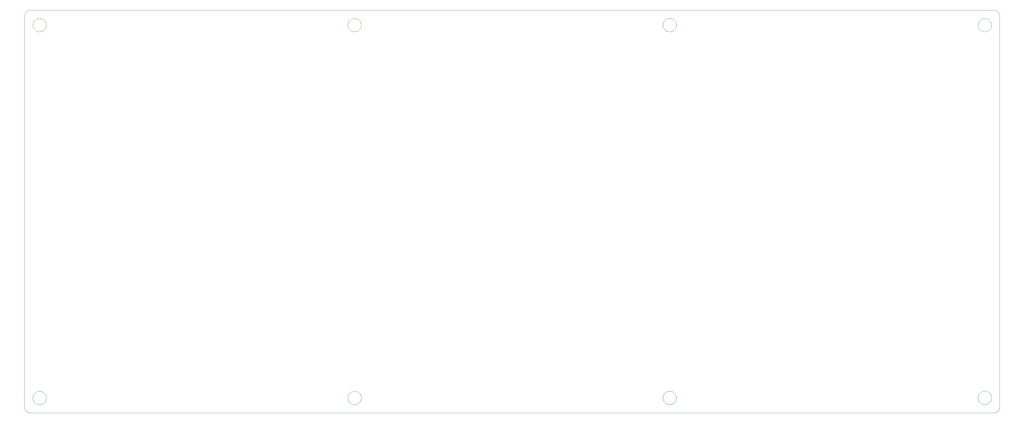
<source format=gbr>
%TF.GenerationSoftware,KiCad,Pcbnew,8.0.8-8.0.8-0~ubuntu22.04.1*%
%TF.CreationDate,2025-03-09T08:59:39-04:00*%
%TF.ProjectId,kb_test,6b625f74-6573-4742-9e6b-696361645f70,rev?*%
%TF.SameCoordinates,Original*%
%TF.FileFunction,Profile,NP*%
%FSLAX46Y46*%
G04 Gerber Fmt 4.6, Leading zero omitted, Abs format (unit mm)*
G04 Created by KiCad (PCBNEW 8.0.8-8.0.8-0~ubuntu22.04.1) date 2025-03-09 08:59:39*
%MOMM*%
%LPD*%
G01*
G04 APERTURE LIST*
%TA.AperFunction,Profile*%
%ADD10C,0.050800*%
%TD*%
G04 APERTURE END LIST*
D10*
X35607895Y-55105000D02*
X34912005Y-55216000D01*
X36302445Y-55216000D02*
X35607895Y-55105000D01*
X36929435Y-55534000D02*
X36302445Y-55216000D01*
X37426925Y-56033000D02*
X36929435Y-55534000D01*
X37746615Y-56660000D02*
X37426925Y-56033000D01*
X37856855Y-57356000D02*
X37746615Y-56660000D01*
X37746615Y-58050000D02*
X37856855Y-57356000D01*
X37426925Y-58677000D02*
X37746615Y-58050000D01*
X36929435Y-59175000D02*
X37426925Y-58677000D01*
X36302445Y-59495000D02*
X36929435Y-59175000D01*
X35607895Y-59605000D02*
X36302445Y-59495000D01*
X34912005Y-59495000D02*
X35607895Y-59605000D01*
X34284975Y-59175000D02*
X34912005Y-59495000D01*
X33786135Y-58677000D02*
X34284975Y-59175000D01*
X33467805Y-58050000D02*
X33786135Y-58677000D01*
X33357565Y-57356000D02*
X33467805Y-58050000D01*
X33467805Y-56660000D02*
X33357565Y-57356000D01*
X33786135Y-56033000D02*
X33467805Y-56660000D01*
X34284975Y-55534000D02*
X33786135Y-56033000D01*
X34912005Y-55216000D02*
X34284975Y-55534000D01*
X350407915Y-55105000D02*
X349711915Y-55216000D01*
X351102915Y-55216000D02*
X350407915Y-55105000D01*
X351729915Y-55534000D02*
X351102915Y-55216000D01*
X352228915Y-56033000D02*
X351729915Y-55534000D01*
X352546915Y-56660000D02*
X352228915Y-56033000D01*
X352658915Y-57356000D02*
X352546915Y-56660000D01*
X352546915Y-58050000D02*
X352658915Y-57356000D01*
X352228915Y-58677000D02*
X352546915Y-58050000D01*
X351729915Y-59175000D02*
X352228915Y-58677000D01*
X351102915Y-59495000D02*
X351729915Y-59175000D01*
X350407915Y-59605000D02*
X351102915Y-59495000D01*
X349711915Y-59495000D02*
X350407915Y-59605000D01*
X349085915Y-59175000D02*
X349711915Y-59495000D01*
X348587915Y-58677000D02*
X349085915Y-59175000D01*
X348267915Y-58050000D02*
X348587915Y-58677000D01*
X348157915Y-57356000D02*
X348267915Y-58050000D01*
X348267915Y-56660000D02*
X348157915Y-57356000D01*
X348587915Y-56033000D02*
X348267915Y-56660000D01*
X349085915Y-55534000D02*
X348587915Y-56033000D01*
X349711915Y-55216000D02*
X349085915Y-55534000D01*
X245474915Y-55105000D02*
X244778915Y-55216000D01*
X246169915Y-55216000D02*
X245474915Y-55105000D01*
X246796915Y-55534000D02*
X246169915Y-55216000D01*
X247293915Y-56033000D02*
X246796915Y-55534000D01*
X247614915Y-56660000D02*
X247293915Y-56033000D01*
X247723915Y-57356000D02*
X247614915Y-56660000D01*
X247614915Y-58050000D02*
X247723915Y-57356000D01*
X247293915Y-58677000D02*
X247614915Y-58050000D01*
X246796915Y-59175000D02*
X247293915Y-58677000D01*
X246169915Y-59495000D02*
X246796915Y-59175000D01*
X245474915Y-59605000D02*
X246169915Y-59495000D01*
X244778915Y-59495000D02*
X245474915Y-59605000D01*
X244151915Y-59175000D02*
X244778915Y-59495000D01*
X243654915Y-58677000D02*
X244151915Y-59175000D01*
X243334915Y-58050000D02*
X243654915Y-58677000D01*
X243224915Y-57356000D02*
X243334915Y-58050000D01*
X243334915Y-56660000D02*
X243224915Y-57356000D01*
X243654915Y-56033000D02*
X243334915Y-56660000D01*
X244151915Y-55534000D02*
X243654915Y-56033000D01*
X244778915Y-55216000D02*
X244151915Y-55534000D01*
X140539915Y-55105000D02*
X139845915Y-55216000D01*
X141235915Y-55216000D02*
X140539915Y-55105000D01*
X141862915Y-55534000D02*
X141235915Y-55216000D01*
X142360915Y-56033000D02*
X141862915Y-55534000D01*
X142679915Y-56660000D02*
X142360915Y-56033000D01*
X142790915Y-57356000D02*
X142679915Y-56660000D01*
X142679915Y-58050000D02*
X142790915Y-57356000D01*
X142360915Y-58677000D02*
X142679915Y-58050000D01*
X141862915Y-59175000D02*
X142360915Y-58677000D01*
X141235915Y-59495000D02*
X141862915Y-59175000D01*
X140539915Y-59605000D02*
X141235915Y-59495000D01*
X139845915Y-59495000D02*
X140539915Y-59605000D01*
X139218915Y-59175000D02*
X139845915Y-59495000D01*
X138720915Y-58677000D02*
X139218915Y-59175000D01*
X138399915Y-58050000D02*
X138720915Y-58677000D01*
X138290915Y-57356000D02*
X138399915Y-58050000D01*
X138399915Y-56660000D02*
X138290915Y-57356000D01*
X138720915Y-56033000D02*
X138399915Y-56660000D01*
X139218915Y-55534000D02*
X138720915Y-56033000D01*
X139845915Y-55216000D02*
X139218915Y-55534000D01*
X35607895Y-179405970D02*
X34912005Y-179516220D01*
X36302445Y-179516220D02*
X35607895Y-179405970D01*
X36929435Y-179835900D02*
X36302445Y-179516220D01*
X37426925Y-180333390D02*
X36929435Y-179835900D01*
X37746615Y-180960380D02*
X37426925Y-180333390D01*
X37856855Y-181656310D02*
X37746615Y-180960380D01*
X37746615Y-182350820D02*
X37856855Y-181656310D01*
X37426925Y-182977850D02*
X37746615Y-182350820D01*
X36929435Y-183476680D02*
X37426925Y-182977850D01*
X36302445Y-183795010D02*
X36929435Y-183476680D01*
X35607895Y-183906630D02*
X36302445Y-183795010D01*
X34912005Y-183795010D02*
X35607895Y-183906630D01*
X34284975Y-183476680D02*
X34912005Y-183795010D01*
X33786135Y-182977850D02*
X34284975Y-183476680D01*
X33467805Y-182350820D02*
X33786135Y-182977850D01*
X33357565Y-181656310D02*
X33467805Y-182350820D01*
X33467805Y-180960380D02*
X33357565Y-181656310D01*
X33786135Y-180333390D02*
X33467805Y-180960380D01*
X34284975Y-179835900D02*
X33786135Y-180333390D01*
X34912005Y-179516220D02*
X34284975Y-179835900D01*
X140539915Y-179405970D02*
X139845915Y-179516220D01*
X141235915Y-179516220D02*
X140539915Y-179405970D01*
X141862915Y-179835900D02*
X141235915Y-179516220D01*
X142360915Y-180333390D02*
X141862915Y-179835900D01*
X142679915Y-180960380D02*
X142360915Y-180333390D01*
X142790915Y-181656310D02*
X142679915Y-180960380D01*
X142679915Y-182350820D02*
X142790915Y-181656310D01*
X142360915Y-182977850D02*
X142679915Y-182350820D01*
X141862915Y-183476680D02*
X142360915Y-182977850D01*
X141235915Y-183795010D02*
X141862915Y-183476680D01*
X140539915Y-183906630D02*
X141235915Y-183795010D01*
X139845915Y-183795010D02*
X140539915Y-183906630D01*
X139218915Y-183476680D02*
X139845915Y-183795010D01*
X138720915Y-182977850D02*
X139218915Y-183476680D01*
X138399915Y-182350820D02*
X138720915Y-182977850D01*
X138290915Y-181656310D02*
X138399915Y-182350820D01*
X138399915Y-180960380D02*
X138290915Y-181656310D01*
X138720915Y-180333390D02*
X138399915Y-180960380D01*
X139218915Y-179835900D02*
X138720915Y-180333390D01*
X139845915Y-179516220D02*
X139218915Y-179835900D01*
X245474915Y-179405970D02*
X244778915Y-179516220D01*
X246169915Y-179516220D02*
X245474915Y-179405970D01*
X246796915Y-179835900D02*
X246169915Y-179516220D01*
X247293915Y-180333390D02*
X246796915Y-179835900D01*
X247614915Y-180960380D02*
X247293915Y-180333390D01*
X247723915Y-181656310D02*
X247614915Y-180960380D01*
X247614915Y-182350820D02*
X247723915Y-181656310D01*
X247293915Y-182977850D02*
X247614915Y-182350820D01*
X246796915Y-183476680D02*
X247293915Y-182977850D01*
X246169915Y-183795010D02*
X246796915Y-183476680D01*
X245474915Y-183906630D02*
X246169915Y-183795010D01*
X244778915Y-183795010D02*
X245474915Y-183906630D01*
X244151915Y-183476680D02*
X244778915Y-183795010D01*
X243654915Y-182977850D02*
X244151915Y-183476680D01*
X243334915Y-182350820D02*
X243654915Y-182977850D01*
X243224915Y-181656310D02*
X243334915Y-182350820D01*
X243334915Y-180960380D02*
X243224915Y-181656310D01*
X243654915Y-180333390D02*
X243334915Y-180960380D01*
X244151915Y-179835900D02*
X243654915Y-180333390D01*
X244778915Y-179516220D02*
X244151915Y-179835900D01*
X350407915Y-179405970D02*
X349711915Y-179516220D01*
X351102915Y-179516220D02*
X350407915Y-179405970D01*
X351729915Y-179835900D02*
X351102915Y-179516220D01*
X352228915Y-180333390D02*
X351729915Y-179835900D01*
X352546915Y-180960380D02*
X352228915Y-180333390D01*
X352658915Y-181656310D02*
X352546915Y-180960380D01*
X352546915Y-182350820D02*
X352658915Y-181656310D01*
X352228915Y-182977850D02*
X352546915Y-182350820D01*
X351729915Y-183476680D02*
X352228915Y-182977850D01*
X351102915Y-183795010D02*
X351729915Y-183476680D01*
X350407915Y-183906630D02*
X351102915Y-183795010D01*
X349711915Y-183795010D02*
X350407915Y-183906630D01*
X349085915Y-183476680D02*
X349711915Y-183795010D01*
X348587915Y-182977850D02*
X349085915Y-183476680D01*
X348267915Y-182350820D02*
X348587915Y-182977850D01*
X348157915Y-181656310D02*
X348267915Y-182350820D01*
X348267915Y-180960380D02*
X348157915Y-181656310D01*
X348587915Y-180333390D02*
X348267915Y-180960380D01*
X349085915Y-179835900D02*
X348587915Y-180333390D01*
X349711915Y-179516220D02*
X349085915Y-179835900D01*
X32607915Y-52355000D02*
X353407915Y-52355000D01*
X32450815Y-52362000D02*
X32607915Y-52355000D01*
X32293715Y-52380000D02*
X32450815Y-52362000D01*
X32140755Y-52410000D02*
X32293715Y-52380000D01*
X31987795Y-52453000D02*
X32140755Y-52410000D01*
X31841725Y-52508000D02*
X31987795Y-52453000D01*
X31699785Y-52573000D02*
X31841725Y-52508000D01*
X31561975Y-52650000D02*
X31699785Y-52573000D01*
X31431067Y-52737000D02*
X31561975Y-52650000D01*
X31308420Y-52835000D02*
X31431067Y-52737000D01*
X31192667Y-52941000D02*
X31308420Y-52835000D01*
X31086558Y-53056000D02*
X31192667Y-52941000D01*
X30988715Y-53179000D02*
X31086558Y-53056000D01*
X30901900Y-53310000D02*
X30988715Y-53179000D01*
X30824730Y-53448000D02*
X30901900Y-53310000D01*
X30759962Y-53590000D02*
X30824730Y-53448000D01*
X30704840Y-53736000D02*
X30759962Y-53590000D01*
X30662121Y-53889000D02*
X30704840Y-53736000D01*
X30631804Y-54042000D02*
X30662121Y-53889000D01*
X30613890Y-54199000D02*
X30631804Y-54042000D01*
X30607000Y-54356000D02*
X30613890Y-54199000D01*
X30607000Y-184654910D02*
X30607000Y-54356000D01*
X30613890Y-184812000D02*
X30607000Y-184654910D01*
X30631804Y-184967720D02*
X30613890Y-184812000D01*
X30662121Y-185122060D02*
X30631804Y-184967720D01*
X30704840Y-185275030D02*
X30662121Y-185122060D01*
X30759962Y-185421100D02*
X30704840Y-185275030D01*
X30824730Y-185563040D02*
X30759962Y-185421100D01*
X30901900Y-185700840D02*
X30824730Y-185563040D01*
X30988715Y-185831750D02*
X30901900Y-185700840D01*
X31086558Y-185954400D02*
X30988715Y-185831750D01*
X31192667Y-186070154D02*
X31086558Y-185954400D01*
X31308420Y-186176263D02*
X31192667Y-186070154D01*
X31431067Y-186274102D02*
X31308420Y-186176263D01*
X31561975Y-186360921D02*
X31431067Y-186274102D01*
X31699785Y-186438091D02*
X31561975Y-186360921D01*
X31841725Y-186502858D02*
X31699785Y-186438091D01*
X31987795Y-186557979D02*
X31841725Y-186502858D01*
X32140755Y-186600697D02*
X31987795Y-186557979D01*
X32293715Y-186631015D02*
X32140755Y-186600697D01*
X32450815Y-186648929D02*
X32293715Y-186631015D01*
X32607915Y-186655819D02*
X32450815Y-186648929D01*
X353407915Y-186655819D02*
X32607915Y-186655819D01*
X353563915Y-186648929D02*
X353407915Y-186655819D01*
X353719915Y-186631015D02*
X353563915Y-186648929D01*
X353873915Y-186600697D02*
X353719915Y-186631015D01*
X354026915Y-186557979D02*
X353873915Y-186600697D01*
X354172915Y-186502858D02*
X354026915Y-186557979D01*
X354314915Y-186438091D02*
X354172915Y-186502858D01*
X354452915Y-186360921D02*
X354314915Y-186438091D01*
X354583915Y-186274102D02*
X354452915Y-186360921D01*
X354706915Y-186176263D02*
X354583915Y-186274102D01*
X354821915Y-186070154D02*
X354706915Y-186176263D01*
X354927915Y-185954400D02*
X354821915Y-186070154D01*
X355025915Y-185831750D02*
X354927915Y-185954400D01*
X355112915Y-185700840D02*
X355025915Y-185831750D01*
X355189915Y-185563040D02*
X355112915Y-185700840D01*
X355254915Y-185421100D02*
X355189915Y-185563040D01*
X355309915Y-185275030D02*
X355254915Y-185421100D01*
X355352915Y-185122060D02*
X355309915Y-185275030D01*
X355382915Y-184967720D02*
X355352915Y-185122060D01*
X355400915Y-184812000D02*
X355382915Y-184967720D01*
X355407915Y-184656280D02*
X355400915Y-184812000D01*
X355407915Y-54356000D02*
X355407915Y-184656280D01*
X355400915Y-54199000D02*
X355407915Y-54356000D01*
X355382915Y-54042000D02*
X355400915Y-54199000D01*
X355352915Y-53889000D02*
X355382915Y-54042000D01*
X355309915Y-53736000D02*
X355352915Y-53889000D01*
X355254915Y-53590000D02*
X355309915Y-53736000D01*
X355189915Y-53448000D02*
X355254915Y-53590000D01*
X355112915Y-53310000D02*
X355189915Y-53448000D01*
X355025915Y-53179000D02*
X355112915Y-53310000D01*
X354927915Y-53056000D02*
X355025915Y-53179000D01*
X354821915Y-52941000D02*
X354927915Y-53056000D01*
X354706915Y-52835000D02*
X354821915Y-52941000D01*
X354583915Y-52737000D02*
X354706915Y-52835000D01*
X354452915Y-52650000D02*
X354583915Y-52737000D01*
X354314915Y-52573000D02*
X354452915Y-52650000D01*
X354172915Y-52508000D02*
X354314915Y-52573000D01*
X354026915Y-52453000D02*
X354172915Y-52508000D01*
X353873915Y-52410000D02*
X354026915Y-52453000D01*
X353719915Y-52380000D02*
X353873915Y-52410000D01*
X353563915Y-52362000D02*
X353719915Y-52380000D01*
X353407915Y-52355000D02*
X353563915Y-52362000D01*
M02*

</source>
